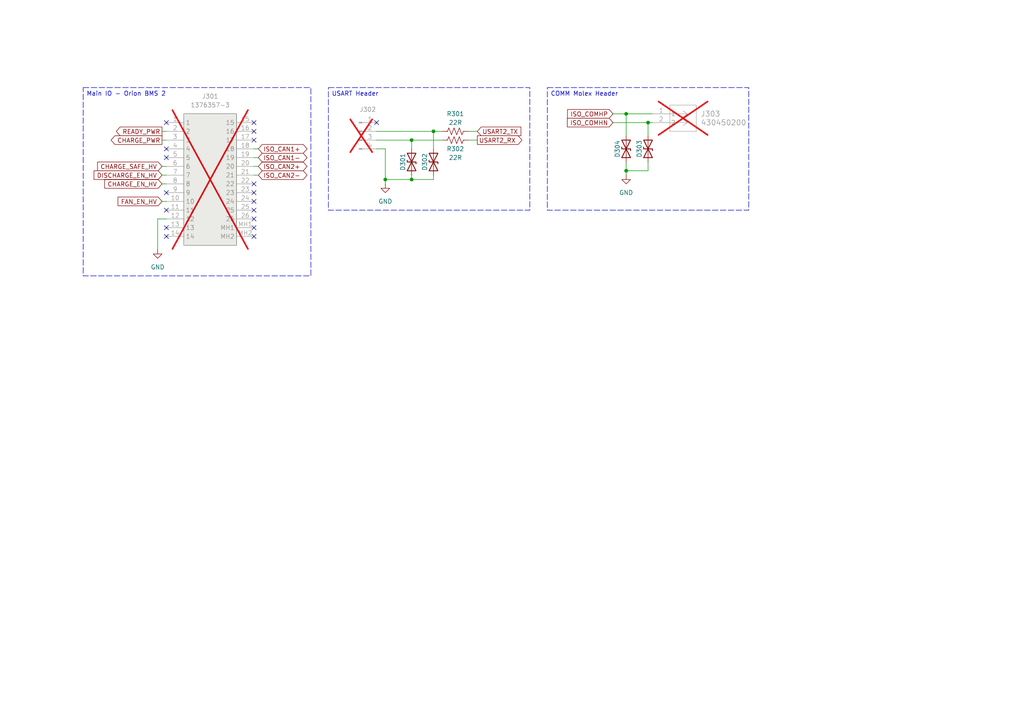
<source format=kicad_sch>
(kicad_sch
	(version 20231120)
	(generator "eeschema")
	(generator_version "8.0")
	(uuid "e9b27a03-7542-4bd7-a4d1-f630aa88b1e7")
	(paper "A4")
	(title_block
		(title "STM32 Layout")
		(date "2025-01-10")
		(rev "A")
		(company "FSAE LSU")
		(comment 1 "Jacob Parent ")
		(comment 2 "parent.jacob7@protonmail.com")
	)
	(lib_symbols
		(symbol "Connector:Conn_01x04_Pin"
			(pin_names
				(offset 1.016) hide)
			(exclude_from_sim no)
			(in_bom yes)
			(on_board yes)
			(property "Reference" "J"
				(at 0 5.08 0)
				(effects
					(font
						(size 1.27 1.27)
					)
				)
			)
			(property "Value" "Conn_01x04_Pin"
				(at 0 -7.62 0)
				(effects
					(font
						(size 1.27 1.27)
					)
				)
			)
			(property "Footprint" ""
				(at 0 0 0)
				(effects
					(font
						(size 1.27 1.27)
					)
					(hide yes)
				)
			)
			(property "Datasheet" "~"
				(at 0 0 0)
				(effects
					(font
						(size 1.27 1.27)
					)
					(hide yes)
				)
			)
			(property "Description" "Generic connector, single row, 01x04, script generated"
				(at 0 0 0)
				(effects
					(font
						(size 1.27 1.27)
					)
					(hide yes)
				)
			)
			(property "ki_locked" ""
				(at 0 0 0)
				(effects
					(font
						(size 1.27 1.27)
					)
				)
			)
			(property "ki_keywords" "connector"
				(at 0 0 0)
				(effects
					(font
						(size 1.27 1.27)
					)
					(hide yes)
				)
			)
			(property "ki_fp_filters" "Connector*:*_1x??_*"
				(at 0 0 0)
				(effects
					(font
						(size 1.27 1.27)
					)
					(hide yes)
				)
			)
			(symbol "Conn_01x04_Pin_1_1"
				(polyline
					(pts
						(xy 1.27 -5.08) (xy 0.8636 -5.08)
					)
					(stroke
						(width 0.1524)
						(type default)
					)
					(fill
						(type none)
					)
				)
				(polyline
					(pts
						(xy 1.27 -2.54) (xy 0.8636 -2.54)
					)
					(stroke
						(width 0.1524)
						(type default)
					)
					(fill
						(type none)
					)
				)
				(polyline
					(pts
						(xy 1.27 0) (xy 0.8636 0)
					)
					(stroke
						(width 0.1524)
						(type default)
					)
					(fill
						(type none)
					)
				)
				(polyline
					(pts
						(xy 1.27 2.54) (xy 0.8636 2.54)
					)
					(stroke
						(width 0.1524)
						(type default)
					)
					(fill
						(type none)
					)
				)
				(rectangle
					(start 0.8636 -4.953)
					(end 0 -5.207)
					(stroke
						(width 0.1524)
						(type default)
					)
					(fill
						(type outline)
					)
				)
				(rectangle
					(start 0.8636 -2.413)
					(end 0 -2.667)
					(stroke
						(width 0.1524)
						(type default)
					)
					(fill
						(type outline)
					)
				)
				(rectangle
					(start 0.8636 0.127)
					(end 0 -0.127)
					(stroke
						(width 0.1524)
						(type default)
					)
					(fill
						(type outline)
					)
				)
				(rectangle
					(start 0.8636 2.667)
					(end 0 2.413)
					(stroke
						(width 0.1524)
						(type default)
					)
					(fill
						(type outline)
					)
				)
				(pin passive line
					(at 5.08 2.54 180)
					(length 3.81)
					(name "Pin_1"
						(effects
							(font
								(size 1.27 1.27)
							)
						)
					)
					(number "1"
						(effects
							(font
								(size 1.27 1.27)
							)
						)
					)
				)
				(pin passive line
					(at 5.08 0 180)
					(length 3.81)
					(name "Pin_2"
						(effects
							(font
								(size 1.27 1.27)
							)
						)
					)
					(number "2"
						(effects
							(font
								(size 1.27 1.27)
							)
						)
					)
				)
				(pin passive line
					(at 5.08 -2.54 180)
					(length 3.81)
					(name "Pin_3"
						(effects
							(font
								(size 1.27 1.27)
							)
						)
					)
					(number "3"
						(effects
							(font
								(size 1.27 1.27)
							)
						)
					)
				)
				(pin passive line
					(at 5.08 -5.08 180)
					(length 3.81)
					(name "Pin_4"
						(effects
							(font
								(size 1.27 1.27)
							)
						)
					)
					(number "4"
						(effects
							(font
								(size 1.27 1.27)
							)
						)
					)
				)
			)
		)
		(symbol "Device:D_TVS"
			(pin_numbers hide)
			(pin_names
				(offset 1.016) hide)
			(exclude_from_sim no)
			(in_bom yes)
			(on_board yes)
			(property "Reference" "D"
				(at 0 2.54 0)
				(effects
					(font
						(size 1.27 1.27)
					)
				)
			)
			(property "Value" "D_TVS"
				(at 0 -2.54 0)
				(effects
					(font
						(size 1.27 1.27)
					)
				)
			)
			(property "Footprint" ""
				(at 0 0 0)
				(effects
					(font
						(size 1.27 1.27)
					)
					(hide yes)
				)
			)
			(property "Datasheet" "~"
				(at 0 0 0)
				(effects
					(font
						(size 1.27 1.27)
					)
					(hide yes)
				)
			)
			(property "Description" "Bidirectional transient-voltage-suppression diode"
				(at 0 0 0)
				(effects
					(font
						(size 1.27 1.27)
					)
					(hide yes)
				)
			)
			(property "ki_keywords" "diode TVS thyrector"
				(at 0 0 0)
				(effects
					(font
						(size 1.27 1.27)
					)
					(hide yes)
				)
			)
			(property "ki_fp_filters" "TO-???* *_Diode_* *SingleDiode* D_*"
				(at 0 0 0)
				(effects
					(font
						(size 1.27 1.27)
					)
					(hide yes)
				)
			)
			(symbol "D_TVS_0_1"
				(polyline
					(pts
						(xy 1.27 0) (xy -1.27 0)
					)
					(stroke
						(width 0)
						(type default)
					)
					(fill
						(type none)
					)
				)
				(polyline
					(pts
						(xy 0.508 1.27) (xy 0 1.27) (xy 0 -1.27) (xy -0.508 -1.27)
					)
					(stroke
						(width 0.254)
						(type default)
					)
					(fill
						(type none)
					)
				)
				(polyline
					(pts
						(xy -2.54 1.27) (xy -2.54 -1.27) (xy 2.54 1.27) (xy 2.54 -1.27) (xy -2.54 1.27)
					)
					(stroke
						(width 0.254)
						(type default)
					)
					(fill
						(type none)
					)
				)
			)
			(symbol "D_TVS_1_1"
				(pin passive line
					(at -3.81 0 0)
					(length 2.54)
					(name "A1"
						(effects
							(font
								(size 1.27 1.27)
							)
						)
					)
					(number "1"
						(effects
							(font
								(size 1.27 1.27)
							)
						)
					)
				)
				(pin passive line
					(at 3.81 0 180)
					(length 2.54)
					(name "A2"
						(effects
							(font
								(size 1.27 1.27)
							)
						)
					)
					(number "2"
						(effects
							(font
								(size 1.27 1.27)
							)
						)
					)
				)
			)
		)
		(symbol "Device:R_US"
			(pin_numbers hide)
			(pin_names
				(offset 0)
			)
			(exclude_from_sim no)
			(in_bom yes)
			(on_board yes)
			(property "Reference" "R"
				(at 2.54 0 90)
				(effects
					(font
						(size 1.27 1.27)
					)
				)
			)
			(property "Value" "R_US"
				(at -2.54 0 90)
				(effects
					(font
						(size 1.27 1.27)
					)
				)
			)
			(property "Footprint" ""
				(at 1.016 -0.254 90)
				(effects
					(font
						(size 1.27 1.27)
					)
					(hide yes)
				)
			)
			(property "Datasheet" "~"
				(at 0 0 0)
				(effects
					(font
						(size 1.27 1.27)
					)
					(hide yes)
				)
			)
			(property "Description" "Resistor, US symbol"
				(at 0 0 0)
				(effects
					(font
						(size 1.27 1.27)
					)
					(hide yes)
				)
			)
			(property "ki_keywords" "R res resistor"
				(at 0 0 0)
				(effects
					(font
						(size 1.27 1.27)
					)
					(hide yes)
				)
			)
			(property "ki_fp_filters" "R_*"
				(at 0 0 0)
				(effects
					(font
						(size 1.27 1.27)
					)
					(hide yes)
				)
			)
			(symbol "R_US_0_1"
				(polyline
					(pts
						(xy 0 -2.286) (xy 0 -2.54)
					)
					(stroke
						(width 0)
						(type default)
					)
					(fill
						(type none)
					)
				)
				(polyline
					(pts
						(xy 0 2.286) (xy 0 2.54)
					)
					(stroke
						(width 0)
						(type default)
					)
					(fill
						(type none)
					)
				)
				(polyline
					(pts
						(xy 0 -0.762) (xy 1.016 -1.143) (xy 0 -1.524) (xy -1.016 -1.905) (xy 0 -2.286)
					)
					(stroke
						(width 0)
						(type default)
					)
					(fill
						(type none)
					)
				)
				(polyline
					(pts
						(xy 0 0.762) (xy 1.016 0.381) (xy 0 0) (xy -1.016 -0.381) (xy 0 -0.762)
					)
					(stroke
						(width 0)
						(type default)
					)
					(fill
						(type none)
					)
				)
				(polyline
					(pts
						(xy 0 2.286) (xy 1.016 1.905) (xy 0 1.524) (xy -1.016 1.143) (xy 0 0.762)
					)
					(stroke
						(width 0)
						(type default)
					)
					(fill
						(type none)
					)
				)
			)
			(symbol "R_US_1_1"
				(pin passive line
					(at 0 3.81 270)
					(length 1.27)
					(name "~"
						(effects
							(font
								(size 1.27 1.27)
							)
						)
					)
					(number "1"
						(effects
							(font
								(size 1.27 1.27)
							)
						)
					)
				)
				(pin passive line
					(at 0 -3.81 90)
					(length 1.27)
					(name "~"
						(effects
							(font
								(size 1.27 1.27)
							)
						)
					)
					(number "2"
						(effects
							(font
								(size 1.27 1.27)
							)
						)
					)
				)
			)
		)
		(symbol "IO:1376357-3"
			(exclude_from_sim no)
			(in_bom yes)
			(on_board yes)
			(property "Reference" "J"
				(at 21.59 7.62 0)
				(effects
					(font
						(size 1.27 1.27)
					)
					(justify left top)
				)
			)
			(property "Value" "1376357-3"
				(at 21.59 5.08 0)
				(effects
					(font
						(size 1.27 1.27)
					)
					(justify left top)
				)
			)
			(property "Footprint" "13763573"
				(at 21.59 -94.92 0)
				(effects
					(font
						(size 1.27 1.27)
					)
					(justify left top)
					(hide yes)
				)
			)
			(property "Datasheet" "https://www.te.com/commerce/DocumentDelivery/DDEController?Action=showdoc&DocId=Customer+Drawing%7F1376357%7FA4%7Fpdf%7FJapanese%7FJPN_CD_1376357_A4.pdf%7F1376357-3"
				(at 21.59 -194.92 0)
				(effects
					(font
						(size 1.27 1.27)
					)
					(justify left top)
					(hide yes)
				)
			)
			(property "Description" "Body Features: Primary Product Color Natural | Configuration Features: Number of Sections 1 | Number of Signal Positions 26 | PCB Mount Orientation Horizontal | Number of Rows 2 | Number of Positions 26 | Contact Features: Contact Size .63mm | Mating Tab Thickness .025 INCH | Mating Tab Width 2.3 MM | Contact Mating Area Plating Material Tin | Contact Type Tab | Mating Tab Width .64 MM | Mating Tab Thickness .64 MM | Mating Tab Width .025 INCH | Contact Size 2.28mm | Mating Tab Width .091 INCH | Dimensions:"
				(at 0 0 0)
				(effects
					(font
						(size 1.27 1.27)
					)
					(hide yes)
				)
			)
			(property "Height" "18.1"
				(at 21.59 -394.92 0)
				(effects
					(font
						(size 1.27 1.27)
					)
					(justify left top)
					(hide yes)
				)
			)
			(property "Mouser Part Number" "571-1376357-3"
				(at 21.59 -494.92 0)
				(effects
					(font
						(size 1.27 1.27)
					)
					(justify left top)
					(hide yes)
				)
			)
			(property "Mouser Price/Stock" "https://www.mouser.co.uk/ProductDetail/TE-Connectivity/1376357-3?qs=Koa4dS0tnlFW%2FbM8mEy9lw%3D%3D"
				(at 21.59 -594.92 0)
				(effects
					(font
						(size 1.27 1.27)
					)
					(justify left top)
					(hide yes)
				)
			)
			(property "Manufacturer_Name" "TE Connectivity"
				(at 21.59 -694.92 0)
				(effects
					(font
						(size 1.27 1.27)
					)
					(justify left top)
					(hide yes)
				)
			)
			(property "Manufacturer_Part_Number" "1376357-3"
				(at 21.59 -794.92 0)
				(effects
					(font
						(size 1.27 1.27)
					)
					(justify left top)
					(hide yes)
				)
			)
			(symbol "1376357-3_1_1"
				(rectangle
					(start 5.08 2.54)
					(end 20.32 -35.56)
					(stroke
						(width 0.254)
						(type default)
					)
					(fill
						(type background)
					)
				)
				(pin passive line
					(at 0 0 0)
					(length 5.08)
					(name "1"
						(effects
							(font
								(size 1.27 1.27)
							)
						)
					)
					(number "1"
						(effects
							(font
								(size 1.27 1.27)
							)
						)
					)
				)
				(pin passive line
					(at 0 -22.86 0)
					(length 5.08)
					(name "10"
						(effects
							(font
								(size 1.27 1.27)
							)
						)
					)
					(number "10"
						(effects
							(font
								(size 1.27 1.27)
							)
						)
					)
				)
				(pin passive line
					(at 0 -25.4 0)
					(length 5.08)
					(name "11"
						(effects
							(font
								(size 1.27 1.27)
							)
						)
					)
					(number "11"
						(effects
							(font
								(size 1.27 1.27)
							)
						)
					)
				)
				(pin passive line
					(at 0 -27.94 0)
					(length 5.08)
					(name "12"
						(effects
							(font
								(size 1.27 1.27)
							)
						)
					)
					(number "12"
						(effects
							(font
								(size 1.27 1.27)
							)
						)
					)
				)
				(pin passive line
					(at 0 -30.48 0)
					(length 5.08)
					(name "13"
						(effects
							(font
								(size 1.27 1.27)
							)
						)
					)
					(number "13"
						(effects
							(font
								(size 1.27 1.27)
							)
						)
					)
				)
				(pin passive line
					(at 0 -33.02 0)
					(length 5.08)
					(name "14"
						(effects
							(font
								(size 1.27 1.27)
							)
						)
					)
					(number "14"
						(effects
							(font
								(size 1.27 1.27)
							)
						)
					)
				)
				(pin passive line
					(at 25.4 0 180)
					(length 5.08)
					(name "15"
						(effects
							(font
								(size 1.27 1.27)
							)
						)
					)
					(number "15"
						(effects
							(font
								(size 1.27 1.27)
							)
						)
					)
				)
				(pin passive line
					(at 25.4 -2.54 180)
					(length 5.08)
					(name "16"
						(effects
							(font
								(size 1.27 1.27)
							)
						)
					)
					(number "16"
						(effects
							(font
								(size 1.27 1.27)
							)
						)
					)
				)
				(pin passive line
					(at 25.4 -5.08 180)
					(length 5.08)
					(name "17"
						(effects
							(font
								(size 1.27 1.27)
							)
						)
					)
					(number "17"
						(effects
							(font
								(size 1.27 1.27)
							)
						)
					)
				)
				(pin passive line
					(at 25.4 -7.62 180)
					(length 5.08)
					(name "18"
						(effects
							(font
								(size 1.27 1.27)
							)
						)
					)
					(number "18"
						(effects
							(font
								(size 1.27 1.27)
							)
						)
					)
				)
				(pin passive line
					(at 25.4 -10.16 180)
					(length 5.08)
					(name "19"
						(effects
							(font
								(size 1.27 1.27)
							)
						)
					)
					(number "19"
						(effects
							(font
								(size 1.27 1.27)
							)
						)
					)
				)
				(pin passive line
					(at 0 -2.54 0)
					(length 5.08)
					(name "2"
						(effects
							(font
								(size 1.27 1.27)
							)
						)
					)
					(number "2"
						(effects
							(font
								(size 1.27 1.27)
							)
						)
					)
				)
				(pin passive line
					(at 25.4 -12.7 180)
					(length 5.08)
					(name "20"
						(effects
							(font
								(size 1.27 1.27)
							)
						)
					)
					(number "20"
						(effects
							(font
								(size 1.27 1.27)
							)
						)
					)
				)
				(pin passive line
					(at 25.4 -15.24 180)
					(length 5.08)
					(name "21"
						(effects
							(font
								(size 1.27 1.27)
							)
						)
					)
					(number "21"
						(effects
							(font
								(size 1.27 1.27)
							)
						)
					)
				)
				(pin passive line
					(at 25.4 -17.78 180)
					(length 5.08)
					(name "22"
						(effects
							(font
								(size 1.27 1.27)
							)
						)
					)
					(number "22"
						(effects
							(font
								(size 1.27 1.27)
							)
						)
					)
				)
				(pin passive line
					(at 25.4 -20.32 180)
					(length 5.08)
					(name "23"
						(effects
							(font
								(size 1.27 1.27)
							)
						)
					)
					(number "23"
						(effects
							(font
								(size 1.27 1.27)
							)
						)
					)
				)
				(pin passive line
					(at 25.4 -22.86 180)
					(length 5.08)
					(name "24"
						(effects
							(font
								(size 1.27 1.27)
							)
						)
					)
					(number "24"
						(effects
							(font
								(size 1.27 1.27)
							)
						)
					)
				)
				(pin passive line
					(at 25.4 -25.4 180)
					(length 5.08)
					(name "25"
						(effects
							(font
								(size 1.27 1.27)
							)
						)
					)
					(number "25"
						(effects
							(font
								(size 1.27 1.27)
							)
						)
					)
				)
				(pin passive line
					(at 25.4 -27.94 180)
					(length 5.08)
					(name "26"
						(effects
							(font
								(size 1.27 1.27)
							)
						)
					)
					(number "26"
						(effects
							(font
								(size 1.27 1.27)
							)
						)
					)
				)
				(pin passive line
					(at 0 -5.08 0)
					(length 5.08)
					(name "3"
						(effects
							(font
								(size 1.27 1.27)
							)
						)
					)
					(number "3"
						(effects
							(font
								(size 1.27 1.27)
							)
						)
					)
				)
				(pin passive line
					(at 0 -7.62 0)
					(length 5.08)
					(name "4"
						(effects
							(font
								(size 1.27 1.27)
							)
						)
					)
					(number "4"
						(effects
							(font
								(size 1.27 1.27)
							)
						)
					)
				)
				(pin passive line
					(at 0 -10.16 0)
					(length 5.08)
					(name "5"
						(effects
							(font
								(size 1.27 1.27)
							)
						)
					)
					(number "5"
						(effects
							(font
								(size 1.27 1.27)
							)
						)
					)
				)
				(pin passive line
					(at 0 -12.7 0)
					(length 5.08)
					(name "6"
						(effects
							(font
								(size 1.27 1.27)
							)
						)
					)
					(number "6"
						(effects
							(font
								(size 1.27 1.27)
							)
						)
					)
				)
				(pin passive line
					(at 0 -15.24 0)
					(length 5.08)
					(name "7"
						(effects
							(font
								(size 1.27 1.27)
							)
						)
					)
					(number "7"
						(effects
							(font
								(size 1.27 1.27)
							)
						)
					)
				)
				(pin passive line
					(at 0 -17.78 0)
					(length 5.08)
					(name "8"
						(effects
							(font
								(size 1.27 1.27)
							)
						)
					)
					(number "8"
						(effects
							(font
								(size 1.27 1.27)
							)
						)
					)
				)
				(pin passive line
					(at 0 -20.32 0)
					(length 5.08)
					(name "9"
						(effects
							(font
								(size 1.27 1.27)
							)
						)
					)
					(number "9"
						(effects
							(font
								(size 1.27 1.27)
							)
						)
					)
				)
				(pin passive line
					(at 25.4 -30.48 180)
					(length 5.08)
					(name "MH1"
						(effects
							(font
								(size 1.27 1.27)
							)
						)
					)
					(number "MH1"
						(effects
							(font
								(size 1.27 1.27)
							)
						)
					)
				)
				(pin passive line
					(at 25.4 -33.02 180)
					(length 5.08)
					(name "MH2"
						(effects
							(font
								(size 1.27 1.27)
							)
						)
					)
					(number "MH2"
						(effects
							(font
								(size 1.27 1.27)
							)
						)
					)
				)
			)
		)
		(symbol "molex_comm:430450200"
			(pin_names
				(offset 0.254)
			)
			(exclude_from_sim no)
			(in_bom yes)
			(on_board yes)
			(property "Reference" "J"
				(at 8.89 6.35 0)
				(effects
					(font
						(size 1.524 1.524)
					)
				)
			)
			(property "Value" "430450200"
				(at 0 0 0)
				(effects
					(font
						(size 1.524 1.524)
					)
				)
			)
			(property "Footprint" "CON_430450200_MOL"
				(at 0 0 0)
				(effects
					(font
						(size 1.27 1.27)
						(italic yes)
					)
					(hide yes)
				)
			)
			(property "Datasheet" "430450200"
				(at 0 0 0)
				(effects
					(font
						(size 1.27 1.27)
						(italic yes)
					)
					(hide yes)
				)
			)
			(property "Description" ""
				(at 0 0 0)
				(effects
					(font
						(size 1.27 1.27)
					)
					(hide yes)
				)
			)
			(property "ki_locked" ""
				(at 0 0 0)
				(effects
					(font
						(size 1.27 1.27)
					)
				)
			)
			(property "ki_keywords" "430450200"
				(at 0 0 0)
				(effects
					(font
						(size 1.27 1.27)
					)
					(hide yes)
				)
			)
			(property "ki_fp_filters" "CON_430450200_MOL"
				(at 0 0 0)
				(effects
					(font
						(size 1.27 1.27)
					)
					(hide yes)
				)
			)
			(symbol "430450200_1_1"
				(polyline
					(pts
						(xy 5.08 -5.08) (xy 12.7 -5.08)
					)
					(stroke
						(width 0.127)
						(type default)
					)
					(fill
						(type none)
					)
				)
				(polyline
					(pts
						(xy 5.08 2.54) (xy 5.08 -5.08)
					)
					(stroke
						(width 0.127)
						(type default)
					)
					(fill
						(type none)
					)
				)
				(polyline
					(pts
						(xy 10.16 -2.54) (xy 5.08 -2.54)
					)
					(stroke
						(width 0.127)
						(type default)
					)
					(fill
						(type none)
					)
				)
				(polyline
					(pts
						(xy 10.16 -2.54) (xy 8.89 -3.3867)
					)
					(stroke
						(width 0.127)
						(type default)
					)
					(fill
						(type none)
					)
				)
				(polyline
					(pts
						(xy 10.16 -2.54) (xy 8.89 -1.6933)
					)
					(stroke
						(width 0.127)
						(type default)
					)
					(fill
						(type none)
					)
				)
				(polyline
					(pts
						(xy 10.16 0) (xy 5.08 0)
					)
					(stroke
						(width 0.127)
						(type default)
					)
					(fill
						(type none)
					)
				)
				(polyline
					(pts
						(xy 10.16 0) (xy 8.89 -0.8467)
					)
					(stroke
						(width 0.127)
						(type default)
					)
					(fill
						(type none)
					)
				)
				(polyline
					(pts
						(xy 10.16 0) (xy 8.89 0.8467)
					)
					(stroke
						(width 0.127)
						(type default)
					)
					(fill
						(type none)
					)
				)
				(polyline
					(pts
						(xy 12.7 -5.08) (xy 12.7 2.54)
					)
					(stroke
						(width 0.127)
						(type default)
					)
					(fill
						(type none)
					)
				)
				(polyline
					(pts
						(xy 12.7 2.54) (xy 5.08 2.54)
					)
					(stroke
						(width 0.127)
						(type default)
					)
					(fill
						(type none)
					)
				)
				(pin unspecified line
					(at 0 0 0)
					(length 5.08)
					(name "1"
						(effects
							(font
								(size 1.27 1.27)
							)
						)
					)
					(number "1"
						(effects
							(font
								(size 1.27 1.27)
							)
						)
					)
				)
				(pin unspecified line
					(at 0 -2.54 0)
					(length 5.08)
					(name "2"
						(effects
							(font
								(size 1.27 1.27)
							)
						)
					)
					(number "2"
						(effects
							(font
								(size 1.27 1.27)
							)
						)
					)
				)
			)
			(symbol "430450200_1_2"
				(polyline
					(pts
						(xy 5.08 -5.08) (xy 12.7 -5.08)
					)
					(stroke
						(width 0.127)
						(type default)
					)
					(fill
						(type none)
					)
				)
				(polyline
					(pts
						(xy 5.08 2.54) (xy 5.08 -5.08)
					)
					(stroke
						(width 0.127)
						(type default)
					)
					(fill
						(type none)
					)
				)
				(polyline
					(pts
						(xy 7.62 -2.54) (xy 5.08 -2.54)
					)
					(stroke
						(width 0.127)
						(type default)
					)
					(fill
						(type none)
					)
				)
				(polyline
					(pts
						(xy 7.62 -2.54) (xy 8.89 -3.3867)
					)
					(stroke
						(width 0.127)
						(type default)
					)
					(fill
						(type none)
					)
				)
				(polyline
					(pts
						(xy 7.62 -2.54) (xy 8.89 -1.6933)
					)
					(stroke
						(width 0.127)
						(type default)
					)
					(fill
						(type none)
					)
				)
				(polyline
					(pts
						(xy 7.62 0) (xy 5.08 0)
					)
					(stroke
						(width 0.127)
						(type default)
					)
					(fill
						(type none)
					)
				)
				(polyline
					(pts
						(xy 7.62 0) (xy 8.89 -0.8467)
					)
					(stroke
						(width 0.127)
						(type default)
					)
					(fill
						(type none)
					)
				)
				(polyline
					(pts
						(xy 7.62 0) (xy 8.89 0.8467)
					)
					(stroke
						(width 0.127)
						(type default)
					)
					(fill
						(type none)
					)
				)
				(polyline
					(pts
						(xy 12.7 -5.08) (xy 12.7 2.54)
					)
					(stroke
						(width 0.127)
						(type default)
					)
					(fill
						(type none)
					)
				)
				(polyline
					(pts
						(xy 12.7 2.54) (xy 5.08 2.54)
					)
					(stroke
						(width 0.127)
						(type default)
					)
					(fill
						(type none)
					)
				)
				(pin unspecified line
					(at 0 0 0)
					(length 5.08)
					(name "1"
						(effects
							(font
								(size 1.27 1.27)
							)
						)
					)
					(number "1"
						(effects
							(font
								(size 1.27 1.27)
							)
						)
					)
				)
				(pin unspecified line
					(at 0 -2.54 0)
					(length 5.08)
					(name "2"
						(effects
							(font
								(size 1.27 1.27)
							)
						)
					)
					(number "2"
						(effects
							(font
								(size 1.27 1.27)
							)
						)
					)
				)
			)
		)
		(symbol "power:GND"
			(power)
			(pin_numbers hide)
			(pin_names
				(offset 0) hide)
			(exclude_from_sim no)
			(in_bom yes)
			(on_board yes)
			(property "Reference" "#PWR"
				(at 0 -6.35 0)
				(effects
					(font
						(size 1.27 1.27)
					)
					(hide yes)
				)
			)
			(property "Value" "GND"
				(at 0 -3.81 0)
				(effects
					(font
						(size 1.27 1.27)
					)
				)
			)
			(property "Footprint" ""
				(at 0 0 0)
				(effects
					(font
						(size 1.27 1.27)
					)
					(hide yes)
				)
			)
			(property "Datasheet" ""
				(at 0 0 0)
				(effects
					(font
						(size 1.27 1.27)
					)
					(hide yes)
				)
			)
			(property "Description" "Power symbol creates a global label with name \"GND\" , ground"
				(at 0 0 0)
				(effects
					(font
						(size 1.27 1.27)
					)
					(hide yes)
				)
			)
			(property "ki_keywords" "global power"
				(at 0 0 0)
				(effects
					(font
						(size 1.27 1.27)
					)
					(hide yes)
				)
			)
			(symbol "GND_0_1"
				(polyline
					(pts
						(xy 0 0) (xy 0 -1.27) (xy 1.27 -1.27) (xy 0 -2.54) (xy -1.27 -1.27) (xy 0 -1.27)
					)
					(stroke
						(width 0)
						(type default)
					)
					(fill
						(type none)
					)
				)
			)
			(symbol "GND_1_1"
				(pin power_in line
					(at 0 0 270)
					(length 0)
					(name "~"
						(effects
							(font
								(size 1.27 1.27)
							)
						)
					)
					(number "1"
						(effects
							(font
								(size 1.27 1.27)
							)
						)
					)
				)
			)
		)
	)
	(junction
		(at 119.38 52.07)
		(diameter 0)
		(color 0 0 0 0)
		(uuid "1a55d503-7afe-48d5-a2d5-e45dd9654cef")
	)
	(junction
		(at 181.61 49.53)
		(diameter 0)
		(color 0 0 0 0)
		(uuid "4739baf2-02db-41b7-8257-0bc537880d9c")
	)
	(junction
		(at 119.38 40.64)
		(diameter 0)
		(color 0 0 0 0)
		(uuid "47bbc8e7-5c9d-447b-991d-cbe2388e7fff")
	)
	(junction
		(at 187.96 35.56)
		(diameter 0)
		(color 0 0 0 0)
		(uuid "80968147-61f4-4a3e-85d1-e2c5c27b5e96")
	)
	(junction
		(at 181.61 33.02)
		(diameter 0)
		(color 0 0 0 0)
		(uuid "8301c412-7816-4866-96e4-21258de2df62")
	)
	(junction
		(at 125.73 38.1)
		(diameter 0)
		(color 0 0 0 0)
		(uuid "cd2d122c-d63c-4fc4-ad27-f19c3f209765")
	)
	(junction
		(at 111.76 52.07)
		(diameter 0)
		(color 0 0 0 0)
		(uuid "ef4cd6ee-eec9-4b8a-bbc0-9984b505bb7c")
	)
	(no_connect
		(at 48.26 45.72)
		(uuid "093629d6-c073-48d0-9685-23a688b67397")
	)
	(no_connect
		(at 48.26 35.56)
		(uuid "11457c10-5b3b-4ce5-ac90-a9e844d51353")
	)
	(no_connect
		(at 109.22 35.56)
		(uuid "183307e0-09f8-411d-8b94-69ed6a69753d")
	)
	(no_connect
		(at 73.66 63.5)
		(uuid "1f35aa94-6c3b-47b3-92dc-53bc44447bde")
	)
	(no_connect
		(at 73.66 55.88)
		(uuid "37e66374-4c92-439c-87f1-1ad0a4c57a57")
	)
	(no_connect
		(at 73.66 53.34)
		(uuid "4bce2470-dc0a-4579-8936-88028b829119")
	)
	(no_connect
		(at 73.66 60.96)
		(uuid "5cd784db-ad98-43fb-98b2-6e3695658e2e")
	)
	(no_connect
		(at 73.66 68.58)
		(uuid "6d58ee65-a2a9-452e-b98e-73851375ebbc")
	)
	(no_connect
		(at 48.26 55.88)
		(uuid "723b6838-372b-4cb6-9f48-344c445a20d1")
	)
	(no_connect
		(at 48.26 43.18)
		(uuid "805844a2-885b-4459-9d3a-001be66a4e7d")
	)
	(no_connect
		(at 73.66 58.42)
		(uuid "a6e7dc8d-177b-4e06-a9a8-cab6a10a5800")
	)
	(no_connect
		(at 48.26 68.58)
		(uuid "aef679b7-ebf4-4636-8ad8-e987706af342")
	)
	(no_connect
		(at 73.66 38.1)
		(uuid "bae47e26-5136-4929-9db4-cadd50c095ba")
	)
	(no_connect
		(at 48.26 66.04)
		(uuid "bb30b4bf-0e19-465b-97cb-06ec8d50891d")
	)
	(no_connect
		(at 48.26 60.96)
		(uuid "bc8dd881-ecce-4435-93e5-d8628bb44978")
	)
	(no_connect
		(at 73.66 35.56)
		(uuid "c1bbded8-20fa-4ac0-8db5-21d273ca0a37")
	)
	(no_connect
		(at 73.66 40.64)
		(uuid "d51e561a-dda3-40d4-a4e9-118424433a1d")
	)
	(no_connect
		(at 73.66 66.04)
		(uuid "e6627712-f74e-4eab-9ebd-6fcf5be86004")
	)
	(wire
		(pts
			(xy 111.76 52.07) (xy 119.38 52.07)
		)
		(stroke
			(width 0)
			(type default)
		)
		(uuid "022e84a3-6896-4751-b899-43f71d569e39")
	)
	(wire
		(pts
			(xy 181.61 46.99) (xy 181.61 49.53)
		)
		(stroke
			(width 0)
			(type default)
		)
		(uuid "0b8b1d80-d025-48ac-a3a5-ea7e0e7be560")
	)
	(wire
		(pts
			(xy 45.72 63.5) (xy 48.26 63.5)
		)
		(stroke
			(width 0)
			(type default)
		)
		(uuid "0be1eadb-6ac9-4006-a099-4b462e75a571")
	)
	(wire
		(pts
			(xy 125.73 38.1) (xy 128.27 38.1)
		)
		(stroke
			(width 0)
			(type default)
		)
		(uuid "10b4d7c8-223c-4cbc-a91d-e76ca94f00be")
	)
	(wire
		(pts
			(xy 74.93 45.72) (xy 73.66 45.72)
		)
		(stroke
			(width 0)
			(type default)
		)
		(uuid "1d38e666-ec5e-47d3-98fa-790745f3f865")
	)
	(wire
		(pts
			(xy 135.89 40.64) (xy 138.43 40.64)
		)
		(stroke
			(width 0)
			(type default)
		)
		(uuid "1f005152-f956-4e79-8933-d22abb875dfd")
	)
	(wire
		(pts
			(xy 46.99 38.1) (xy 48.26 38.1)
		)
		(stroke
			(width 0)
			(type default)
		)
		(uuid "315a3c8d-ca82-400b-bde0-6bfe2e055180")
	)
	(wire
		(pts
			(xy 181.61 49.53) (xy 181.61 50.8)
		)
		(stroke
			(width 0)
			(type default)
		)
		(uuid "39e7c631-eba8-4044-9554-4c50841d0f69")
	)
	(wire
		(pts
			(xy 125.73 52.07) (xy 125.73 50.8)
		)
		(stroke
			(width 0)
			(type default)
		)
		(uuid "3bc832c5-8190-49c4-9cec-2d3ea203f028")
	)
	(wire
		(pts
			(xy 177.8 35.56) (xy 187.96 35.56)
		)
		(stroke
			(width 0)
			(type default)
		)
		(uuid "40ba7ca7-7193-4dd7-80c8-b7262e2afe58")
	)
	(wire
		(pts
			(xy 181.61 39.37) (xy 181.61 33.02)
		)
		(stroke
			(width 0)
			(type default)
		)
		(uuid "42534e34-f3c9-4b2a-b954-e0d07dbc2147")
	)
	(wire
		(pts
			(xy 46.99 50.8) (xy 48.26 50.8)
		)
		(stroke
			(width 0)
			(type default)
		)
		(uuid "44333f3e-e585-4c1b-ba83-a7e8a55633aa")
	)
	(wire
		(pts
			(xy 177.8 33.02) (xy 181.61 33.02)
		)
		(stroke
			(width 0)
			(type default)
		)
		(uuid "446ba507-268b-484e-8ec7-02ca57e6dedf")
	)
	(wire
		(pts
			(xy 74.93 43.18) (xy 73.66 43.18)
		)
		(stroke
			(width 0)
			(type default)
		)
		(uuid "49b727b8-dfd9-4b86-bbdd-fdbabc0cfdc3")
	)
	(wire
		(pts
			(xy 187.96 39.37) (xy 187.96 35.56)
		)
		(stroke
			(width 0)
			(type default)
		)
		(uuid "4afe2dea-608a-4025-bb1d-e96a5be4f0c4")
	)
	(wire
		(pts
			(xy 46.99 48.26) (xy 48.26 48.26)
		)
		(stroke
			(width 0)
			(type default)
		)
		(uuid "4bf45301-7100-4363-b631-475d9098115a")
	)
	(wire
		(pts
			(xy 135.89 38.1) (xy 138.43 38.1)
		)
		(stroke
			(width 0)
			(type default)
		)
		(uuid "4e4d21da-a36d-4ea1-97d8-c190b6e8e109")
	)
	(wire
		(pts
			(xy 125.73 38.1) (xy 125.73 43.18)
		)
		(stroke
			(width 0)
			(type default)
		)
		(uuid "52819ed9-c318-42f9-8ff1-28a8673b3feb")
	)
	(wire
		(pts
			(xy 119.38 40.64) (xy 109.22 40.64)
		)
		(stroke
			(width 0)
			(type default)
		)
		(uuid "528f66f7-db66-48c0-85e8-54dc6c7889b4")
	)
	(wire
		(pts
			(xy 109.22 43.18) (xy 111.76 43.18)
		)
		(stroke
			(width 0)
			(type default)
		)
		(uuid "530f7426-e859-439f-b278-9c911ce25fff")
	)
	(wire
		(pts
			(xy 45.72 72.39) (xy 45.72 63.5)
		)
		(stroke
			(width 0)
			(type default)
		)
		(uuid "56145926-587a-40c2-b096-4bd523881add")
	)
	(wire
		(pts
			(xy 125.73 38.1) (xy 109.22 38.1)
		)
		(stroke
			(width 0)
			(type default)
		)
		(uuid "5845b545-bb5d-4073-b09b-e030ebe1c6c4")
	)
	(wire
		(pts
			(xy 111.76 52.07) (xy 111.76 53.34)
		)
		(stroke
			(width 0)
			(type default)
		)
		(uuid "58ecfeb2-8f86-46a5-bf3c-312e5eff7d10")
	)
	(wire
		(pts
			(xy 111.76 43.18) (xy 111.76 52.07)
		)
		(stroke
			(width 0)
			(type default)
		)
		(uuid "59db2b6f-7ec0-4436-973d-d58dd9ddb89a")
	)
	(wire
		(pts
			(xy 73.66 50.8) (xy 74.93 50.8)
		)
		(stroke
			(width 0)
			(type default)
		)
		(uuid "666ec3ee-2851-4e3c-853b-822f3079889b")
	)
	(wire
		(pts
			(xy 181.61 33.02) (xy 189.23 33.02)
		)
		(stroke
			(width 0)
			(type default)
		)
		(uuid "6999ab37-d1e3-424f-9526-791fe230e457")
	)
	(wire
		(pts
			(xy 119.38 52.07) (xy 119.38 50.8)
		)
		(stroke
			(width 0)
			(type default)
		)
		(uuid "6d84de1a-1332-40cd-bc67-b68d843e777a")
	)
	(wire
		(pts
			(xy 46.99 53.34) (xy 48.26 53.34)
		)
		(stroke
			(width 0)
			(type default)
		)
		(uuid "7d94cf30-2c96-4b22-abd3-867f4f468f72")
	)
	(wire
		(pts
			(xy 119.38 40.64) (xy 128.27 40.64)
		)
		(stroke
			(width 0)
			(type default)
		)
		(uuid "8d25e4f6-76a9-4c28-b9fc-8e562660c219")
	)
	(wire
		(pts
			(xy 187.96 46.99) (xy 187.96 49.53)
		)
		(stroke
			(width 0)
			(type default)
		)
		(uuid "98ab0e44-7a82-4c55-8bec-4a90055fb9f0")
	)
	(wire
		(pts
			(xy 119.38 52.07) (xy 125.73 52.07)
		)
		(stroke
			(width 0)
			(type default)
		)
		(uuid "a2d93fbe-ab2d-43b9-b31e-d8b6370a0012")
	)
	(wire
		(pts
			(xy 119.38 40.64) (xy 119.38 43.18)
		)
		(stroke
			(width 0)
			(type default)
		)
		(uuid "a92f7188-0347-4696-a55e-8e81b0749158")
	)
	(wire
		(pts
			(xy 73.66 48.26) (xy 74.93 48.26)
		)
		(stroke
			(width 0)
			(type default)
		)
		(uuid "b1d8e90e-b310-4792-9aa4-7130c8368c9d")
	)
	(wire
		(pts
			(xy 187.96 35.56) (xy 189.23 35.56)
		)
		(stroke
			(width 0)
			(type default)
		)
		(uuid "b8d928d2-4676-44f9-8d65-7ecd381271b8")
	)
	(wire
		(pts
			(xy 46.99 40.64) (xy 48.26 40.64)
		)
		(stroke
			(width 0)
			(type default)
		)
		(uuid "bda9bf2b-c9a2-4320-884d-eb23ca584c3d")
	)
	(wire
		(pts
			(xy 187.96 49.53) (xy 181.61 49.53)
		)
		(stroke
			(width 0)
			(type default)
		)
		(uuid "ed4ae40e-c5c3-458f-b202-1622ee14d0a7")
	)
	(wire
		(pts
			(xy 46.99 58.42) (xy 48.26 58.42)
		)
		(stroke
			(width 0)
			(type default)
		)
		(uuid "f4953f91-fd7d-41c8-aae0-74e7207a24a5")
	)
	(text_box "Main IO - Orion BMS 2 "
		(exclude_from_sim no)
		(at 24.13 25.4 0)
		(size 66.04 54.61)
		(stroke
			(width 0)
			(type dash)
		)
		(fill
			(type none)
		)
		(effects
			(font
				(size 1.27 1.27)
			)
			(justify left top)
		)
		(uuid "15add9d9-25fe-4f75-b6a0-64008070d3e6")
	)
	(text_box "COMM Molex Header\n"
		(exclude_from_sim no)
		(at 158.75 25.4 0)
		(size 58.42 35.56)
		(stroke
			(width 0)
			(type dash)
		)
		(fill
			(type none)
		)
		(effects
			(font
				(size 1.27 1.27)
			)
			(justify left top)
		)
		(uuid "a4658d80-78d2-4311-8cff-3cafb54a4d6e")
	)
	(text_box "USART Header"
		(exclude_from_sim no)
		(at 95.25 25.4 0)
		(size 58.42 35.56)
		(stroke
			(width 0)
			(type dash)
		)
		(fill
			(type none)
		)
		(effects
			(font
				(size 1.27 1.27)
			)
			(justify left top)
		)
		(uuid "dc09313a-cae0-4d86-946a-a3d42a2d28a2")
	)
	(global_label "ISO_CAN1+"
		(shape bidirectional)
		(at 74.93 43.18 0)
		(fields_autoplaced yes)
		(effects
			(font
				(size 1.27 1.27)
			)
			(justify left)
		)
		(uuid "1da02d35-4867-4b95-85ed-35471232d307")
		(property "Intersheetrefs" "${INTERSHEET_REFS}"
			(at 89.6099 43.18 0)
			(effects
				(font
					(size 1.27 1.27)
				)
				(justify left)
				(hide yes)
			)
		)
	)
	(global_label "READY_PWR"
		(shape output)
		(at 46.99 38.1 180)
		(fields_autoplaced yes)
		(effects
			(font
				(size 1.27 1.27)
			)
			(justify right)
		)
		(uuid "3aebd297-fec5-4389-947f-a9f1241de3d7")
		(property "Intersheetrefs" "${INTERSHEET_REFS}"
			(at 33.1796 38.1 0)
			(effects
				(font
					(size 1.27 1.27)
				)
				(justify right)
				(hide yes)
			)
		)
	)
	(global_label "USART2_TX"
		(shape input)
		(at 138.43 38.1 0)
		(fields_autoplaced yes)
		(effects
			(font
				(size 1.27 1.27)
			)
			(justify left)
		)
		(uuid "5257cfb3-df08-4ebc-9a74-152ab5e077fb")
		(property "Intersheetrefs" "${INTERSHEET_REFS}"
			(at 151.6356 38.1 0)
			(effects
				(font
					(size 1.27 1.27)
				)
				(justify left)
				(hide yes)
			)
		)
	)
	(global_label "ISO_CAN2+"
		(shape bidirectional)
		(at 74.93 48.26 0)
		(fields_autoplaced yes)
		(effects
			(font
				(size 1.27 1.27)
			)
			(justify left)
		)
		(uuid "6db04d05-5e74-427c-a8fa-03b1848166fc")
		(property "Intersheetrefs" "${INTERSHEET_REFS}"
			(at 89.6099 48.26 0)
			(effects
				(font
					(size 1.27 1.27)
				)
				(justify left)
				(hide yes)
			)
		)
	)
	(global_label "ISO_COMHN"
		(shape input)
		(at 177.8 35.56 180)
		(fields_autoplaced yes)
		(effects
			(font
				(size 1.27 1.27)
			)
			(justify right)
		)
		(uuid "6e69db03-5d19-4888-82a2-4d992ac503f8")
		(property "Intersheetrefs" "${INTERSHEET_REFS}"
			(at 163.9895 35.56 0)
			(effects
				(font
					(size 1.27 1.27)
				)
				(justify right)
				(hide yes)
			)
		)
	)
	(global_label "CHARGE_EN_HV"
		(shape input)
		(at 46.99 53.34 180)
		(fields_autoplaced yes)
		(effects
			(font
				(size 1.27 1.27)
			)
			(justify right)
		)
		(uuid "72632c63-6ab0-419f-929f-9fb115458cd8")
		(property "Intersheetrefs" "${INTERSHEET_REFS}"
			(at 29.7929 53.34 0)
			(effects
				(font
					(size 1.27 1.27)
				)
				(justify right)
				(hide yes)
			)
		)
	)
	(global_label "USART2_RX"
		(shape output)
		(at 138.43 40.64 0)
		(fields_autoplaced yes)
		(effects
			(font
				(size 1.27 1.27)
			)
			(justify left)
		)
		(uuid "7f9e40fe-91c5-4c29-a0b1-b1bf972ff528")
		(property "Intersheetrefs" "${INTERSHEET_REFS}"
			(at 151.938 40.64 0)
			(effects
				(font
					(size 1.27 1.27)
				)
				(justify left)
				(hide yes)
			)
		)
	)
	(global_label "ISO_CAN1-"
		(shape bidirectional)
		(at 74.93 45.72 0)
		(fields_autoplaced yes)
		(effects
			(font
				(size 1.27 1.27)
			)
			(justify left)
		)
		(uuid "7fbaaa65-849b-42c5-84ab-854bcaf2aa43")
		(property "Intersheetrefs" "${INTERSHEET_REFS}"
			(at 89.6099 45.72 0)
			(effects
				(font
					(size 1.27 1.27)
				)
				(justify left)
				(hide yes)
			)
		)
	)
	(global_label "ISO_CAN2-"
		(shape bidirectional)
		(at 74.93 50.8 0)
		(fields_autoplaced yes)
		(effects
			(font
				(size 1.27 1.27)
			)
			(justify left)
		)
		(uuid "8864e9bc-46e1-4dc8-85cb-d8dcb8c8a0da")
		(property "Intersheetrefs" "${INTERSHEET_REFS}"
			(at 89.6099 50.8 0)
			(effects
				(font
					(size 1.27 1.27)
				)
				(justify left)
				(hide yes)
			)
		)
	)
	(global_label "CHARGE_PWR"
		(shape output)
		(at 46.99 40.64 180)
		(fields_autoplaced yes)
		(effects
			(font
				(size 1.27 1.27)
			)
			(justify right)
		)
		(uuid "89d674a9-40d4-4fab-8a70-af62a51be74b")
		(property "Intersheetrefs" "${INTERSHEET_REFS}"
			(at 31.6677 40.64 0)
			(effects
				(font
					(size 1.27 1.27)
				)
				(justify right)
				(hide yes)
			)
		)
	)
	(global_label "ISO_COMHP"
		(shape input)
		(at 177.8 33.02 180)
		(fields_autoplaced yes)
		(effects
			(font
				(size 1.27 1.27)
			)
			(justify right)
		)
		(uuid "8dfd8125-462e-404f-864a-fadd87225aff")
		(property "Intersheetrefs" "${INTERSHEET_REFS}"
			(at 164.05 33.02 0)
			(effects
				(font
					(size 1.27 1.27)
				)
				(justify right)
				(hide yes)
			)
		)
	)
	(global_label "CHARGE_SAFE_HV"
		(shape input)
		(at 46.99 48.26 180)
		(fields_autoplaced yes)
		(effects
			(font
				(size 1.27 1.27)
			)
			(justify right)
		)
		(uuid "93b395f4-f080-4597-bfc6-7655aeed5f3b")
		(property "Intersheetrefs" "${INTERSHEET_REFS}"
			(at 27.7367 48.26 0)
			(effects
				(font
					(size 1.27 1.27)
				)
				(justify right)
				(hide yes)
			)
		)
	)
	(global_label "FAN_EN_HV"
		(shape input)
		(at 46.99 58.42 180)
		(fields_autoplaced yes)
		(effects
			(font
				(size 1.27 1.27)
			)
			(justify right)
		)
		(uuid "9beef1b8-a240-4c5d-96c7-69b509c02a85")
		(property "Intersheetrefs" "${INTERSHEET_REFS}"
			(at 33.6633 58.42 0)
			(effects
				(font
					(size 1.27 1.27)
				)
				(justify right)
				(hide yes)
			)
		)
	)
	(global_label "DISCHARGE_EN_HV"
		(shape input)
		(at 46.99 50.8 180)
		(fields_autoplaced yes)
		(effects
			(font
				(size 1.27 1.27)
			)
			(justify right)
		)
		(uuid "bb8000e5-8a4a-4a78-9c6d-60238695b911")
		(property "Intersheetrefs" "${INTERSHEET_REFS}"
			(at 26.7086 50.8 0)
			(effects
				(font
					(size 1.27 1.27)
				)
				(justify right)
				(hide yes)
			)
		)
	)
	(symbol
		(lib_id "Connector:Conn_01x04_Pin")
		(at 104.14 38.1 0)
		(unit 1)
		(exclude_from_sim no)
		(in_bom yes)
		(on_board yes)
		(dnp yes)
		(uuid "420e2f87-dfde-4f7a-b80c-6a6e9cfb79da")
		(property "Reference" "J302"
			(at 106.68 31.75 0)
			(effects
				(font
					(size 1.27 1.27)
				)
			)
		)
		(property "Value" "Conn_01x04_Pin"
			(at 104.775 33.02 0)
			(effects
				(font
					(size 1.27 1.27)
				)
				(hide yes)
			)
		)
		(property "Footprint" "Connector_PinHeader_2.54mm:PinHeader_1x04_P2.54mm_Vertical"
			(at 104.14 38.1 0)
			(effects
				(font
					(size 1.27 1.27)
				)
				(hide yes)
			)
		)
		(property "Datasheet" "~"
			(at 104.14 38.1 0)
			(effects
				(font
					(size 1.27 1.27)
				)
				(hide yes)
			)
		)
		(property "Description" "Generic connector, single row, 01x04, script generated"
			(at 104.14 38.1 0)
			(effects
				(font
					(size 1.27 1.27)
				)
				(hide yes)
			)
		)
		(property "Sim.Device" ""
			(at 104.14 38.1 0)
			(effects
				(font
					(size 1.27 1.27)
				)
				(hide yes)
			)
		)
		(property "Sim.Pins" ""
			(at 104.14 38.1 0)
			(effects
				(font
					(size 1.27 1.27)
				)
				(hide yes)
			)
		)
		(property "Sim.Type" ""
			(at 104.14 38.1 0)
			(effects
				(font
					(size 1.27 1.27)
				)
				(hide yes)
			)
		)
		(pin "1"
			(uuid "5c5e1c02-7075-4858-800b-571d7c2d2dfa")
		)
		(pin "3"
			(uuid "beaf3f57-f0de-4e80-a388-b4e4e32a04b9")
		)
		(pin "2"
			(uuid "c50ead64-28b1-4b91-b089-eaa1503fa943")
		)
		(pin "4"
			(uuid "c220be06-6cd7-49fd-b64d-1cb400aac74a")
		)
		(instances
			(project ""
				(path "/335e81e9-b957-4266-8116-dde74329bfca/a79abe16-9d7e-418f-82e9-de5f72e3bb16"
					(reference "J302")
					(unit 1)
				)
			)
		)
	)
	(symbol
		(lib_id "power:GND")
		(at 111.76 53.34 0)
		(unit 1)
		(exclude_from_sim no)
		(in_bom yes)
		(on_board yes)
		(dnp no)
		(fields_autoplaced yes)
		(uuid "4b8322e2-26aa-4d41-8002-5fc56fe27f58")
		(property "Reference" "#PWR0302"
			(at 111.76 59.69 0)
			(effects
				(font
					(size 1.27 1.27)
				)
				(hide yes)
			)
		)
		(property "Value" "GND"
			(at 111.76 58.42 0)
			(effects
				(font
					(size 1.27 1.27)
				)
			)
		)
		(property "Footprint" ""
			(at 111.76 53.34 0)
			(effects
				(font
					(size 1.27 1.27)
				)
				(hide yes)
			)
		)
		(property "Datasheet" ""
			(at 111.76 53.34 0)
			(effects
				(font
					(size 1.27 1.27)
				)
				(hide yes)
			)
		)
		(property "Description" "Power symbol creates a global label with name \"GND\" , ground"
			(at 111.76 53.34 0)
			(effects
				(font
					(size 1.27 1.27)
				)
				(hide yes)
			)
		)
		(pin "1"
			(uuid "13ca8017-b194-413a-a617-5fc7ac39127c")
		)
		(instances
			(project ""
				(path "/335e81e9-b957-4266-8116-dde74329bfca/a79abe16-9d7e-418f-82e9-de5f72e3bb16"
					(reference "#PWR0302")
					(unit 1)
				)
			)
		)
	)
	(symbol
		(lib_id "Device:R_US")
		(at 132.08 40.64 90)
		(unit 1)
		(exclude_from_sim no)
		(in_bom yes)
		(on_board yes)
		(dnp no)
		(uuid "6006920e-5090-4046-91a0-9789e1d281b2")
		(property "Reference" "R302"
			(at 132.08 43.18 90)
			(effects
				(font
					(size 1.27 1.27)
				)
			)
		)
		(property "Value" "22R"
			(at 132.08 45.72 90)
			(effects
				(font
					(size 1.27 1.27)
				)
			)
		)
		(property "Footprint" "Resistor_SMD:R_1206_3216Metric"
			(at 132.334 39.624 90)
			(effects
				(font
					(size 1.27 1.27)
				)
				(hide yes)
			)
		)
		(property "Datasheet" "~"
			(at 132.08 40.64 0)
			(effects
				(font
					(size 1.27 1.27)
				)
				(hide yes)
			)
		)
		(property "Description" "Resistor, US symbol"
			(at 132.08 40.64 0)
			(effects
				(font
					(size 1.27 1.27)
				)
				(hide yes)
			)
		)
		(property "Sim.Device" ""
			(at 132.08 40.64 0)
			(effects
				(font
					(size 1.27 1.27)
				)
				(hide yes)
			)
		)
		(property "Sim.Pins" ""
			(at 132.08 40.64 0)
			(effects
				(font
					(size 1.27 1.27)
				)
				(hide yes)
			)
		)
		(property "Sim.Type" ""
			(at 132.08 40.64 0)
			(effects
				(font
					(size 1.27 1.27)
				)
				(hide yes)
			)
		)
		(property "Manufacturer_Part_Number" "FRC1206J220 TS"
			(at 132.08 40.64 0)
			(effects
				(font
					(size 1.27 1.27)
				)
				(hide yes)
			)
		)
		(pin "2"
			(uuid "d13f4404-6975-474d-98ac-1c7a16899572")
		)
		(pin "1"
			(uuid "d1353359-4256-4b2e-aa27-e67612da72d4")
		)
		(instances
			(project "FSAE_BMS"
				(path "/335e81e9-b957-4266-8116-dde74329bfca/a79abe16-9d7e-418f-82e9-de5f72e3bb16"
					(reference "R302")
					(unit 1)
				)
			)
		)
	)
	(symbol
		(lib_id "Device:D_TVS")
		(at 125.73 46.99 90)
		(unit 1)
		(exclude_from_sim no)
		(in_bom yes)
		(on_board yes)
		(dnp no)
		(uuid "70186682-7c14-4924-9299-b8bbcae4f33b")
		(property "Reference" "D302"
			(at 123.19 46.99 0)
			(effects
				(font
					(size 1.27 1.27)
				)
			)
		)
		(property "Value" "D_TVS"
			(at 128.27 46.99 0)
			(effects
				(font
					(size 1.27 1.27)
				)
				(hide yes)
			)
		)
		(property "Footprint" "Diode_SMD:D_SOD-323"
			(at 125.73 46.99 0)
			(effects
				(font
					(size 1.27 1.27)
				)
				(hide yes)
			)
		)
		(property "Datasheet" "~"
			(at 125.73 46.99 0)
			(effects
				(font
					(size 1.27 1.27)
				)
				(hide yes)
			)
		)
		(property "Description" "Bidirectional transient-voltage-suppression diode"
			(at 125.73 46.99 0)
			(effects
				(font
					(size 1.27 1.27)
				)
				(hide yes)
			)
		)
		(property "Sim.Device" ""
			(at 125.73 46.99 0)
			(effects
				(font
					(size 1.27 1.27)
				)
				(hide yes)
			)
		)
		(property "Sim.Pins" ""
			(at 125.73 46.99 0)
			(effects
				(font
					(size 1.27 1.27)
				)
				(hide yes)
			)
		)
		(property "Sim.Type" ""
			(at 125.73 46.99 0)
			(effects
				(font
					(size 1.27 1.27)
				)
				(hide yes)
			)
		)
		(property "Manufacturer_Part_Number" "PESD3V3L1BA,115"
			(at 125.73 46.99 0)
			(effects
				(font
					(size 1.27 1.27)
				)
				(hide yes)
			)
		)
		(pin "1"
			(uuid "ba2c10e4-5fb5-435f-a3b3-ede451ecc5f8")
		)
		(pin "2"
			(uuid "de5f915e-c656-4ef9-a931-30b1e594ead6")
		)
		(instances
			(project "FSAE_BMS"
				(path "/335e81e9-b957-4266-8116-dde74329bfca/a79abe16-9d7e-418f-82e9-de5f72e3bb16"
					(reference "D302")
					(unit 1)
				)
			)
		)
	)
	(symbol
		(lib_id "Device:D_TVS")
		(at 181.61 43.18 90)
		(unit 1)
		(exclude_from_sim no)
		(in_bom yes)
		(on_board yes)
		(dnp no)
		(uuid "90ac2e88-1ff3-48ff-8b6d-3c2c70eab76d")
		(property "Reference" "D304"
			(at 179.07 43.18 0)
			(effects
				(font
					(size 1.27 1.27)
				)
			)
		)
		(property "Value" "D_TVS"
			(at 184.15 43.18 0)
			(effects
				(font
					(size 1.27 1.27)
				)
				(hide yes)
			)
		)
		(property "Footprint" "Diode_SMD:D_SOD-323"
			(at 181.61 43.18 0)
			(effects
				(font
					(size 1.27 1.27)
				)
				(hide yes)
			)
		)
		(property "Datasheet" "~"
			(at 181.61 43.18 0)
			(effects
				(font
					(size 1.27 1.27)
				)
				(hide yes)
			)
		)
		(property "Description" "Bidirectional transient-voltage-suppression diode"
			(at 181.61 43.18 0)
			(effects
				(font
					(size 1.27 1.27)
				)
				(hide yes)
			)
		)
		(property "Sim.Device" ""
			(at 181.61 43.18 0)
			(effects
				(font
					(size 1.27 1.27)
				)
				(hide yes)
			)
		)
		(property "Sim.Pins" ""
			(at 181.61 43.18 0)
			(effects
				(font
					(size 1.27 1.27)
				)
				(hide yes)
			)
		)
		(property "Sim.Type" ""
			(at 181.61 43.18 0)
			(effects
				(font
					(size 1.27 1.27)
				)
				(hide yes)
			)
		)
		(pin "1"
			(uuid "4045a030-14fd-4f7c-8088-674cf6a409c4")
		)
		(pin "2"
			(uuid "db3e19d8-a9fd-42b8-b964-4d2542afd2ec")
		)
		(instances
			(project "FSAE_BMS"
				(path "/335e81e9-b957-4266-8116-dde74329bfca/a79abe16-9d7e-418f-82e9-de5f72e3bb16"
					(reference "D304")
					(unit 1)
				)
			)
		)
	)
	(symbol
		(lib_id "IO:1376357-3")
		(at 48.26 35.56 0)
		(unit 1)
		(exclude_from_sim no)
		(in_bom yes)
		(on_board yes)
		(dnp yes)
		(fields_autoplaced yes)
		(uuid "b7a93aa1-fc29-4634-ab1e-ae40795b9b35")
		(property "Reference" "J301"
			(at 60.96 27.94 0)
			(effects
				(font
					(size 1.27 1.27)
				)
			)
		)
		(property "Value" "1376357-3"
			(at 60.96 30.48 0)
			(effects
				(font
					(size 1.27 1.27)
				)
			)
		)
		(property "Footprint" "13763573"
			(at 69.85 130.48 0)
			(effects
				(font
					(size 1.27 1.27)
				)
				(justify left top)
				(hide yes)
			)
		)
		(property "Datasheet" "https://www.te.com/commerce/DocumentDelivery/DDEController?Action=showdoc&DocId=Customer+Drawing%7F1376357%7FA4%7Fpdf%7FJapanese%7FJPN_CD_1376357_A4.pdf%7F1376357-3"
			(at 69.85 230.48 0)
			(effects
				(font
					(size 1.27 1.27)
				)
				(justify left top)
				(hide yes)
			)
		)
		(property "Description" "Body Features: Primary Product Color Natural | Configuration Features: Number of Sections 1 | Number of Signal Positions 26 | PCB Mount Orientation Horizontal | Number of Rows 2 | Number of Positions 26 | Contact Features: Contact Size .63mm | Mating Tab Thickness .025 INCH | Mating Tab Width 2.3 MM | Contact Mating Area Plating Material Tin | Contact Type Tab | Mating Tab Width .64 MM | Mating Tab Thickness .64 MM | Mating Tab Width .025 INCH | Contact Size 2.28mm | Mating Tab Width .091 INCH | Dimensions:"
			(at 48.26 35.56 0)
			(effects
				(font
					(size 1.27 1.27)
				)
				(hide yes)
			)
		)
		(property "Height" "18.1"
			(at 69.85 430.48 0)
			(effects
				(font
					(size 1.27 1.27)
				)
				(justify left top)
				(hide yes)
			)
		)
		(property "Mouser Part Number" "571-1376357-3"
			(at 69.85 530.48 0)
			(effects
				(font
					(size 1.27 1.27)
				)
				(justify left top)
				(hide yes)
			)
		)
		(property "Mouser Price/Stock" "https://www.mouser.co.uk/ProductDetail/TE-Connectivity/1376357-3?qs=Koa4dS0tnlFW%2FbM8mEy9lw%3D%3D"
			(at 69.85 630.48 0)
			(effects
				(font
					(size 1.27 1.27)
				)
				(justify left top)
				(hide yes)
			)
		)
		(property "Manufacturer_Name" "TE Connectivity"
			(at 69.85 730.48 0)
			(effects
				(font
					(size 1.27 1.27)
				)
				(justify left top)
				(hide yes)
			)
		)
		(property "Manufacturer_Part_Number" "1376357-3"
			(at 69.85 830.48 0)
			(effects
				(font
					(size 1.27 1.27)
				)
				(justify left top)
				(hide yes)
			)
		)
		(property "Sim.Device" ""
			(at 48.26 35.56 0)
			(effects
				(font
					(size 1.27 1.27)
				)
				(hide yes)
			)
		)
		(property "Sim.Pins" ""
			(at 48.26 35.56 0)
			(effects
				(font
					(size 1.27 1.27)
				)
				(hide yes)
			)
		)
		(property "Sim.Type" ""
			(at 48.26 35.56 0)
			(effects
				(font
					(size 1.27 1.27)
				)
				(hide yes)
			)
		)
		(pin "14"
			(uuid "03832913-29e9-422c-8230-2d7f2f2976fb")
		)
		(pin "2"
			(uuid "d9772850-36fb-47c1-a6c6-0b026278a5cb")
		)
		(pin "25"
			(uuid "2f651849-be02-46f9-875c-bf45d610d133")
		)
		(pin "5"
			(uuid "e88537c8-3204-465e-88a9-38e12304e185")
		)
		(pin "19"
			(uuid "2ea52c7a-e969-4abe-900a-c4a2c8b442fa")
		)
		(pin "4"
			(uuid "6eeffc2c-bd31-45e6-9610-f7d5ebce63a9")
		)
		(pin "6"
			(uuid "b5d0da45-5a5d-42af-a518-cddedf9eb9b0")
		)
		(pin "20"
			(uuid "60a49395-d3d4-45c8-a0f0-2d2443f63399")
		)
		(pin "8"
			(uuid "e37a1979-91bd-4198-854a-0343e3b3719b")
		)
		(pin "11"
			(uuid "2d4c16df-a13a-4f70-8fb9-83bcbe3fc340")
		)
		(pin "13"
			(uuid "37c4c435-7bd3-4033-a778-dd829dd28414")
		)
		(pin "10"
			(uuid "2a55cf9a-ebe4-46fb-8b6e-23d127e32756")
		)
		(pin "15"
			(uuid "070bde41-af99-4dda-aebc-9001bb96cb92")
		)
		(pin "18"
			(uuid "b3b18a38-1935-472f-a3aa-7f1d94dd83ef")
		)
		(pin "MH1"
			(uuid "ba15becf-6ff0-4e1d-a863-2746257570ee")
		)
		(pin "MH2"
			(uuid "04e98f8f-086f-4553-b731-52600895f3f3")
		)
		(pin "21"
			(uuid "36eb3e92-b55a-4d24-93fd-f97d6aa7a628")
		)
		(pin "17"
			(uuid "7eaa710d-0cd9-4071-a0d3-0b18f734c4b8")
		)
		(pin "12"
			(uuid "f074351d-4e2e-4066-99ad-411e21deb370")
		)
		(pin "1"
			(uuid "6da46883-9833-40dd-ab23-40db749190f0")
		)
		(pin "22"
			(uuid "1125b33c-9340-40b9-a49d-5b9399359fdf")
		)
		(pin "24"
			(uuid "7cfab42d-f506-43a8-bb3d-df3c9239081c")
		)
		(pin "16"
			(uuid "6f230b06-c960-4fc1-adac-4eaed6a357d7")
		)
		(pin "26"
			(uuid "3c09a954-3541-4fd3-972c-b8ad66a034e6")
		)
		(pin "9"
			(uuid "aee0aa18-1c10-40f8-bf1c-0f20e3690657")
		)
		(pin "7"
			(uuid "bae27d4f-83d7-4a68-8129-bab6035572d1")
		)
		(pin "3"
			(uuid "21adbcd4-115c-4af0-a193-fd0b716ccb95")
		)
		(pin "23"
			(uuid "95164558-ec9a-4b31-93dc-5e3f88aac104")
		)
		(instances
			(project ""
				(path "/335e81e9-b957-4266-8116-dde74329bfca/a79abe16-9d7e-418f-82e9-de5f72e3bb16"
					(reference "J301")
					(unit 1)
				)
			)
		)
	)
	(symbol
		(lib_id "molex_comm:430450200")
		(at 189.23 33.02 0)
		(unit 1)
		(exclude_from_sim no)
		(in_bom yes)
		(on_board yes)
		(dnp yes)
		(fields_autoplaced yes)
		(uuid "ba9b837a-bb4a-4ad8-8bba-95e74607dc9a")
		(property "Reference" "J303"
			(at 203.2 33.0199 0)
			(effects
				(font
					(size 1.524 1.524)
				)
				(justify left)
			)
		)
		(property "Value" "430450200"
			(at 203.2 35.5599 0)
			(effects
				(font
					(size 1.524 1.524)
				)
				(justify left)
			)
		)
		(property "Footprint" "molex_comm:CON_430450200_MOL"
			(at 189.23 33.02 0)
			(effects
				(font
					(size 1.27 1.27)
					(italic yes)
				)
				(hide yes)
			)
		)
		(property "Datasheet" "430450200"
			(at 189.23 33.02 0)
			(effects
				(font
					(size 1.27 1.27)
					(italic yes)
				)
				(hide yes)
			)
		)
		(property "Description" ""
			(at 189.23 33.02 0)
			(effects
				(font
					(size 1.27 1.27)
				)
				(hide yes)
			)
		)
		(property "Sim.Device" ""
			(at 189.23 33.02 0)
			(effects
				(font
					(size 1.27 1.27)
				)
				(hide yes)
			)
		)
		(property "Sim.Pins" ""
			(at 189.23 33.02 0)
			(effects
				(font
					(size 1.27 1.27)
				)
				(hide yes)
			)
		)
		(property "Sim.Type" ""
			(at 189.23 33.02 0)
			(effects
				(font
					(size 1.27 1.27)
				)
				(hide yes)
			)
		)
		(pin "1"
			(uuid "e3e5c855-31d7-4fc8-baab-5bdf897bae6e")
		)
		(pin "2"
			(uuid "904eb9b9-6d09-4100-b900-1ba0cb854d24")
		)
		(instances
			(project "FSAE_BMS"
				(path "/335e81e9-b957-4266-8116-dde74329bfca/a79abe16-9d7e-418f-82e9-de5f72e3bb16"
					(reference "J303")
					(unit 1)
				)
			)
		)
	)
	(symbol
		(lib_id "power:GND")
		(at 181.61 50.8 0)
		(unit 1)
		(exclude_from_sim no)
		(in_bom yes)
		(on_board yes)
		(dnp no)
		(fields_autoplaced yes)
		(uuid "d0b529f6-b0b9-4176-bbfb-2fb475b436cb")
		(property "Reference" "#PWR0303"
			(at 181.61 57.15 0)
			(effects
				(font
					(size 1.27 1.27)
				)
				(hide yes)
			)
		)
		(property "Value" "GND"
			(at 181.61 55.88 0)
			(effects
				(font
					(size 1.27 1.27)
				)
			)
		)
		(property "Footprint" ""
			(at 181.61 50.8 0)
			(effects
				(font
					(size 1.27 1.27)
				)
				(hide yes)
			)
		)
		(property "Datasheet" ""
			(at 181.61 50.8 0)
			(effects
				(font
					(size 1.27 1.27)
				)
				(hide yes)
			)
		)
		(property "Description" "Power symbol creates a global label with name \"GND\" , ground"
			(at 181.61 50.8 0)
			(effects
				(font
					(size 1.27 1.27)
				)
				(hide yes)
			)
		)
		(pin "1"
			(uuid "0350d476-442f-41a5-9501-6612bd49060a")
		)
		(instances
			(project "FSAE_BMS"
				(path "/335e81e9-b957-4266-8116-dde74329bfca/a79abe16-9d7e-418f-82e9-de5f72e3bb16"
					(reference "#PWR0303")
					(unit 1)
				)
			)
		)
	)
	(symbol
		(lib_id "power:GND")
		(at 45.72 72.39 0)
		(unit 1)
		(exclude_from_sim no)
		(in_bom yes)
		(on_board yes)
		(dnp no)
		(fields_autoplaced yes)
		(uuid "f45ec816-602c-45dd-a3f6-81e2f0866cc4")
		(property "Reference" "#PWR0301"
			(at 45.72 78.74 0)
			(effects
				(font
					(size 1.27 1.27)
				)
				(hide yes)
			)
		)
		(property "Value" "GND"
			(at 45.72 77.47 0)
			(effects
				(font
					(size 1.27 1.27)
				)
			)
		)
		(property "Footprint" ""
			(at 45.72 72.39 0)
			(effects
				(font
					(size 1.27 1.27)
				)
				(hide yes)
			)
		)
		(property "Datasheet" ""
			(at 45.72 72.39 0)
			(effects
				(font
					(size 1.27 1.27)
				)
				(hide yes)
			)
		)
		(property "Description" "Power symbol creates a global label with name \"GND\" , ground"
			(at 45.72 72.39 0)
			(effects
				(font
					(size 1.27 1.27)
				)
				(hide yes)
			)
		)
		(pin "1"
			(uuid "3c5549cd-cdc1-466f-9e12-678ebce5c011")
		)
		(instances
			(project ""
				(path "/335e81e9-b957-4266-8116-dde74329bfca/a79abe16-9d7e-418f-82e9-de5f72e3bb16"
					(reference "#PWR0301")
					(unit 1)
				)
			)
		)
	)
	(symbol
		(lib_id "Device:D_TVS")
		(at 187.96 43.18 90)
		(unit 1)
		(exclude_from_sim no)
		(in_bom yes)
		(on_board yes)
		(dnp no)
		(uuid "f738e666-9179-4d1c-a84f-440fd2d7ef62")
		(property "Reference" "D303"
			(at 185.42 43.18 0)
			(effects
				(font
					(size 1.27 1.27)
				)
			)
		)
		(property "Value" "D_TVS"
			(at 190.5 43.18 0)
			(effects
				(font
					(size 1.27 1.27)
				)
				(hide yes)
			)
		)
		(property "Footprint" "Diode_SMD:D_SOD-323"
			(at 187.96 43.18 0)
			(effects
				(font
					(size 1.27 1.27)
				)
				(hide yes)
			)
		)
		(property "Datasheet" "~"
			(at 187.96 43.18 0)
			(effects
				(font
					(size 1.27 1.27)
				)
				(hide yes)
			)
		)
		(property "Description" "Bidirectional transient-voltage-suppression diode"
			(at 187.96 43.18 0)
			(effects
				(font
					(size 1.27 1.27)
				)
				(hide yes)
			)
		)
		(property "Sim.Device" ""
			(at 187.96 43.18 0)
			(effects
				(font
					(size 1.27 1.27)
				)
				(hide yes)
			)
		)
		(property "Sim.Pins" ""
			(at 187.96 43.18 0)
			(effects
				(font
					(size 1.27 1.27)
				)
				(hide yes)
			)
		)
		(property "Sim.Type" ""
			(at 187.96 43.18 0)
			(effects
				(font
					(size 1.27 1.27)
				)
				(hide yes)
			)
		)
		(pin "1"
			(uuid "e393055e-3162-42a2-af1d-d9debd2bcd71")
		)
		(pin "2"
			(uuid "5c34881c-bacd-4459-8480-74d9c6020228")
		)
		(instances
			(project "FSAE_BMS"
				(path "/335e81e9-b957-4266-8116-dde74329bfca/a79abe16-9d7e-418f-82e9-de5f72e3bb16"
					(reference "D303")
					(unit 1)
				)
			)
		)
	)
	(symbol
		(lib_id "Device:D_TVS")
		(at 119.38 46.99 90)
		(unit 1)
		(exclude_from_sim no)
		(in_bom yes)
		(on_board yes)
		(dnp no)
		(uuid "f8fdaa1b-63ce-4024-98e5-de0e4824a6e8")
		(property "Reference" "D301"
			(at 116.84 46.99 0)
			(effects
				(font
					(size 1.27 1.27)
				)
			)
		)
		(property "Value" "D_TVS"
			(at 121.92 46.99 0)
			(effects
				(font
					(size 1.27 1.27)
				)
				(hide yes)
			)
		)
		(property "Footprint" "Diode_SMD:D_SOD-323"
			(at 119.38 46.99 0)
			(effects
				(font
					(size 1.27 1.27)
				)
				(hide yes)
			)
		)
		(property "Datasheet" "~"
			(at 119.38 46.99 0)
			(effects
				(font
					(size 1.27 1.27)
				)
				(hide yes)
			)
		)
		(property "Description" "Bidirectional transient-voltage-suppression diode"
			(at 119.38 46.99 0)
			(effects
				(font
					(size 1.27 1.27)
				)
				(hide yes)
			)
		)
		(property "Sim.Device" ""
			(at 119.38 46.99 0)
			(effects
				(font
					(size 1.27 1.27)
				)
				(hide yes)
			)
		)
		(property "Sim.Pins" ""
			(at 119.38 46.99 0)
			(effects
				(font
					(size 1.27 1.27)
				)
				(hide yes)
			)
		)
		(property "Sim.Type" ""
			(at 119.38 46.99 0)
			(effects
				(font
					(size 1.27 1.27)
				)
				(hide yes)
			)
		)
		(property "Manufacturer_Part_Number" "PESD3V3L1BA,115"
			(at 119.38 46.99 0)
			(effects
				(font
					(size 1.27 1.27)
				)
				(hide yes)
			)
		)
		(pin "1"
			(uuid "5222ed4a-eba0-4bd4-a8f3-4f09bd276a98")
		)
		(pin "2"
			(uuid "328bfd4b-2d1c-421c-877d-3a07948022c4")
		)
		(instances
			(project "FSAE_BMS"
				(path "/335e81e9-b957-4266-8116-dde74329bfca/a79abe16-9d7e-418f-82e9-de5f72e3bb16"
					(reference "D301")
					(unit 1)
				)
			)
		)
	)
	(symbol
		(lib_id "Device:R_US")
		(at 132.08 38.1 90)
		(unit 1)
		(exclude_from_sim no)
		(in_bom yes)
		(on_board yes)
		(dnp no)
		(uuid "ff09fa5b-97da-40cb-9a2a-2a31159611f0")
		(property "Reference" "R301"
			(at 132.08 33.02 90)
			(effects
				(font
					(size 1.27 1.27)
				)
			)
		)
		(property "Value" "22R"
			(at 132.08 35.56 90)
			(effects
				(font
					(size 1.27 1.27)
				)
			)
		)
		(property "Footprint" "Resistor_SMD:R_1206_3216Metric"
			(at 132.334 37.084 90)
			(effects
				(font
					(size 1.27 1.27)
				)
				(hide yes)
			)
		)
		(property "Datasheet" "~"
			(at 132.08 38.1 0)
			(effects
				(font
					(size 1.27 1.27)
				)
				(hide yes)
			)
		)
		(property "Description" "Resistor, US symbol"
			(at 132.08 38.1 0)
			(effects
				(font
					(size 1.27 1.27)
				)
				(hide yes)
			)
		)
		(property "Sim.Device" ""
			(at 132.08 38.1 0)
			(effects
				(font
					(size 1.27 1.27)
				)
				(hide yes)
			)
		)
		(property "Sim.Pins" ""
			(at 132.08 38.1 0)
			(effects
				(font
					(size 1.27 1.27)
				)
				(hide yes)
			)
		)
		(property "Sim.Type" ""
			(at 132.08 38.1 0)
			(effects
				(font
					(size 1.27 1.27)
				)
				(hide yes)
			)
		)
		(property "Manufacturer_Part_Number" "FRC1206J220 TS"
			(at 132.08 38.1 0)
			(effects
				(font
					(size 1.27 1.27)
				)
				(hide yes)
			)
		)
		(pin "2"
			(uuid "5f591f3f-b3e7-497c-b577-1b8b22feddf4")
		)
		(pin "1"
			(uuid "ae043508-2ed5-425d-966e-5fae337f3dcd")
		)
		(instances
			(project ""
				(path "/335e81e9-b957-4266-8116-dde74329bfca/a79abe16-9d7e-418f-82e9-de5f72e3bb16"
					(reference "R301")
					(unit 1)
				)
			)
		)
	)
)

</source>
